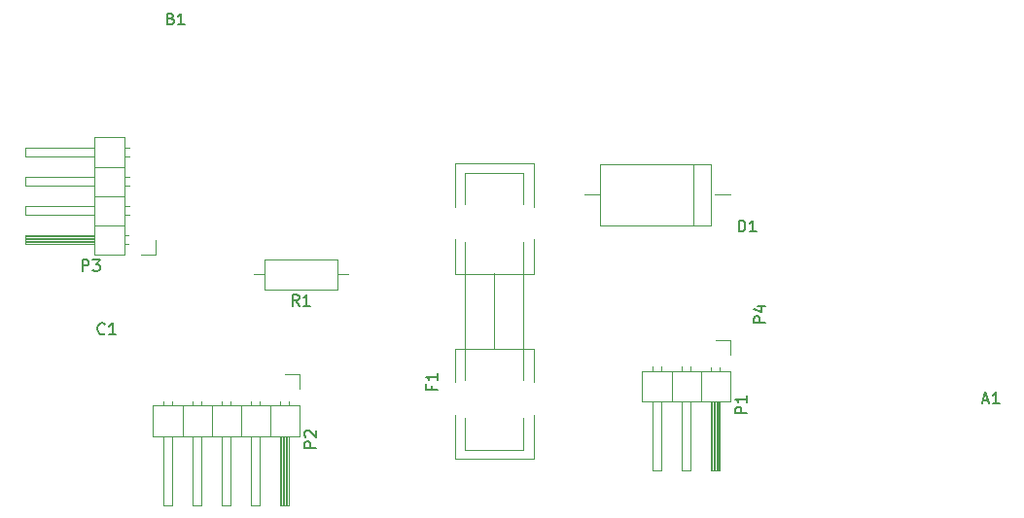
<source format=gbr>
G04 #@! TF.FileFunction,Legend,Top*
%FSLAX46Y46*%
G04 Gerber Fmt 4.6, Leading zero omitted, Abs format (unit mm)*
G04 Created by KiCad (PCBNEW 4.0.7) date 08/07/18 09:05:40*
%MOMM*%
%LPD*%
G01*
G04 APERTURE LIST*
%ADD10C,0.100000*%
%ADD11C,0.120000*%
%ADD12C,0.150000*%
G04 APERTURE END LIST*
D10*
D11*
X161594000Y-88709000D02*
X161594000Y-83379000D01*
X161594000Y-83379000D02*
X151944000Y-83379000D01*
X151944000Y-83379000D02*
X151944000Y-88709000D01*
X151944000Y-88709000D02*
X161594000Y-88709000D01*
X163290000Y-86044000D02*
X161975000Y-86044000D01*
X150629000Y-86044000D02*
X151944000Y-86044000D01*
X160104500Y-88709000D02*
X160104500Y-83379000D01*
X129130000Y-94310000D02*
X129130000Y-91690000D01*
X129130000Y-91690000D02*
X122710000Y-91690000D01*
X122710000Y-91690000D02*
X122710000Y-94310000D01*
X122710000Y-94310000D02*
X129130000Y-94310000D01*
X130020000Y-93000000D02*
X129130000Y-93000000D01*
X121820000Y-93000000D02*
X122710000Y-93000000D01*
X142752000Y-99414000D02*
X142752000Y-92914000D01*
X146182000Y-99504000D02*
X146182000Y-102424000D01*
X146182000Y-109034000D02*
X146182000Y-105224000D01*
X145292000Y-108264000D02*
X145292000Y-105474000D01*
X145292000Y-99504000D02*
X145292000Y-102174000D01*
X139322000Y-109034000D02*
X139322000Y-105224000D01*
X140212000Y-108264000D02*
X140212000Y-105474000D01*
X139322000Y-99504000D02*
X139322000Y-102424000D01*
X140212000Y-99504000D02*
X140212000Y-102174000D01*
X139322000Y-92954000D02*
X139322000Y-89904000D01*
X140212000Y-92954000D02*
X140212000Y-90154000D01*
X145292000Y-92954000D02*
X145292000Y-90154000D01*
X146182000Y-92954000D02*
X146182000Y-89904000D01*
X146182000Y-83294000D02*
X146182000Y-87104000D01*
X145292000Y-84184000D02*
X145292000Y-86854000D01*
X139322000Y-83294000D02*
X139322000Y-87104000D01*
X140212000Y-84184000D02*
X140212000Y-86854000D01*
X139322000Y-83294000D02*
X146182000Y-83294000D01*
X146182000Y-92954000D02*
X145292000Y-92954000D01*
X139322000Y-92954000D02*
X140212000Y-92954000D01*
X139322000Y-109034000D02*
X146182000Y-109034000D01*
X146182000Y-99504000D02*
X145292000Y-99504000D01*
X139322000Y-99504000D02*
X140342000Y-99504000D01*
X145292000Y-90454000D02*
X145292000Y-102134000D01*
X140212000Y-102004000D02*
X140212000Y-90454000D01*
X142752000Y-99504000D02*
X140212000Y-99504000D01*
X140212000Y-108274000D02*
X145292000Y-108274000D01*
X145292000Y-99504000D02*
X142752000Y-99504000D01*
X142752000Y-92954000D02*
X140212000Y-92954000D01*
X140212000Y-84194000D02*
X145292000Y-84194000D01*
X145292000Y-92954000D02*
X142752000Y-92954000D01*
X163330000Y-101440000D02*
X155590000Y-101440000D01*
X155590000Y-101440000D02*
X155590000Y-104100000D01*
X155590000Y-104100000D02*
X163330000Y-104100000D01*
X163330000Y-104100000D02*
X163330000Y-101440000D01*
X162380000Y-104100000D02*
X162380000Y-110100000D01*
X162380000Y-110100000D02*
X161620000Y-110100000D01*
X161620000Y-110100000D02*
X161620000Y-104100000D01*
X162320000Y-104100000D02*
X162320000Y-110100000D01*
X162200000Y-104100000D02*
X162200000Y-110100000D01*
X162080000Y-104100000D02*
X162080000Y-110100000D01*
X161960000Y-104100000D02*
X161960000Y-110100000D01*
X161840000Y-104100000D02*
X161840000Y-110100000D01*
X161720000Y-104100000D02*
X161720000Y-110100000D01*
X162380000Y-101110000D02*
X162380000Y-101440000D01*
X161620000Y-101110000D02*
X161620000Y-101440000D01*
X160730000Y-101440000D02*
X160730000Y-104100000D01*
X159840000Y-104100000D02*
X159840000Y-110100000D01*
X159840000Y-110100000D02*
X159080000Y-110100000D01*
X159080000Y-110100000D02*
X159080000Y-104100000D01*
X159840000Y-101042929D02*
X159840000Y-101440000D01*
X159080000Y-101042929D02*
X159080000Y-101440000D01*
X158190000Y-101440000D02*
X158190000Y-104100000D01*
X157300000Y-104100000D02*
X157300000Y-110100000D01*
X157300000Y-110100000D02*
X156540000Y-110100000D01*
X156540000Y-110100000D02*
X156540000Y-104100000D01*
X157300000Y-101042929D02*
X157300000Y-101440000D01*
X156540000Y-101042929D02*
X156540000Y-101440000D01*
X162000000Y-98730000D02*
X163270000Y-98730000D01*
X163270000Y-98730000D02*
X163270000Y-100000000D01*
X125830000Y-104440000D02*
X113010000Y-104440000D01*
X113010000Y-104440000D02*
X113010000Y-107100000D01*
X113010000Y-107100000D02*
X125830000Y-107100000D01*
X125830000Y-107100000D02*
X125830000Y-104440000D01*
X124880000Y-107100000D02*
X124880000Y-113100000D01*
X124880000Y-113100000D02*
X124120000Y-113100000D01*
X124120000Y-113100000D02*
X124120000Y-107100000D01*
X124820000Y-107100000D02*
X124820000Y-113100000D01*
X124700000Y-107100000D02*
X124700000Y-113100000D01*
X124580000Y-107100000D02*
X124580000Y-113100000D01*
X124460000Y-107100000D02*
X124460000Y-113100000D01*
X124340000Y-107100000D02*
X124340000Y-113100000D01*
X124220000Y-107100000D02*
X124220000Y-113100000D01*
X124880000Y-104110000D02*
X124880000Y-104440000D01*
X124120000Y-104110000D02*
X124120000Y-104440000D01*
X123230000Y-104440000D02*
X123230000Y-107100000D01*
X122340000Y-107100000D02*
X122340000Y-113100000D01*
X122340000Y-113100000D02*
X121580000Y-113100000D01*
X121580000Y-113100000D02*
X121580000Y-107100000D01*
X122340000Y-104042929D02*
X122340000Y-104440000D01*
X121580000Y-104042929D02*
X121580000Y-104440000D01*
X120690000Y-104440000D02*
X120690000Y-107100000D01*
X119800000Y-107100000D02*
X119800000Y-113100000D01*
X119800000Y-113100000D02*
X119040000Y-113100000D01*
X119040000Y-113100000D02*
X119040000Y-107100000D01*
X119800000Y-104042929D02*
X119800000Y-104440000D01*
X119040000Y-104042929D02*
X119040000Y-104440000D01*
X118150000Y-104440000D02*
X118150000Y-107100000D01*
X117260000Y-107100000D02*
X117260000Y-113100000D01*
X117260000Y-113100000D02*
X116500000Y-113100000D01*
X116500000Y-113100000D02*
X116500000Y-107100000D01*
X117260000Y-104042929D02*
X117260000Y-104440000D01*
X116500000Y-104042929D02*
X116500000Y-104440000D01*
X115610000Y-104440000D02*
X115610000Y-107100000D01*
X114720000Y-107100000D02*
X114720000Y-113100000D01*
X114720000Y-113100000D02*
X113960000Y-113100000D01*
X113960000Y-113100000D02*
X113960000Y-107100000D01*
X114720000Y-104042929D02*
X114720000Y-104440000D01*
X113960000Y-104042929D02*
X113960000Y-104440000D01*
X124500000Y-101730000D02*
X125770000Y-101730000D01*
X125770000Y-101730000D02*
X125770000Y-103000000D01*
X110560000Y-91330000D02*
X110560000Y-81050000D01*
X110560000Y-81050000D02*
X107900000Y-81050000D01*
X107900000Y-81050000D02*
X107900000Y-91330000D01*
X107900000Y-91330000D02*
X110560000Y-91330000D01*
X107900000Y-90380000D02*
X101900000Y-90380000D01*
X101900000Y-90380000D02*
X101900000Y-89620000D01*
X101900000Y-89620000D02*
X107900000Y-89620000D01*
X107900000Y-90320000D02*
X101900000Y-90320000D01*
X107900000Y-90200000D02*
X101900000Y-90200000D01*
X107900000Y-90080000D02*
X101900000Y-90080000D01*
X107900000Y-89960000D02*
X101900000Y-89960000D01*
X107900000Y-89840000D02*
X101900000Y-89840000D01*
X107900000Y-89720000D02*
X101900000Y-89720000D01*
X110890000Y-90380000D02*
X110560000Y-90380000D01*
X110890000Y-89620000D02*
X110560000Y-89620000D01*
X110560000Y-88730000D02*
X107900000Y-88730000D01*
X107900000Y-87840000D02*
X101900000Y-87840000D01*
X101900000Y-87840000D02*
X101900000Y-87080000D01*
X101900000Y-87080000D02*
X107900000Y-87080000D01*
X110957071Y-87840000D02*
X110560000Y-87840000D01*
X110957071Y-87080000D02*
X110560000Y-87080000D01*
X110560000Y-86190000D02*
X107900000Y-86190000D01*
X107900000Y-85300000D02*
X101900000Y-85300000D01*
X101900000Y-85300000D02*
X101900000Y-84540000D01*
X101900000Y-84540000D02*
X107900000Y-84540000D01*
X110957071Y-85300000D02*
X110560000Y-85300000D01*
X110957071Y-84540000D02*
X110560000Y-84540000D01*
X110560000Y-83650000D02*
X107900000Y-83650000D01*
X107900000Y-82760000D02*
X101900000Y-82760000D01*
X101900000Y-82760000D02*
X101900000Y-82000000D01*
X101900000Y-82000000D02*
X107900000Y-82000000D01*
X110957071Y-82760000D02*
X110560000Y-82760000D01*
X110957071Y-82000000D02*
X110560000Y-82000000D01*
X113270000Y-90000000D02*
X113270000Y-91270000D01*
X113270000Y-91270000D02*
X112000000Y-91270000D01*
D12*
X164031905Y-89296381D02*
X164031905Y-88296381D01*
X164270000Y-88296381D01*
X164412858Y-88344000D01*
X164508096Y-88439238D01*
X164555715Y-88534476D01*
X164603334Y-88724952D01*
X164603334Y-88867810D01*
X164555715Y-89058286D01*
X164508096Y-89153524D01*
X164412858Y-89248762D01*
X164270000Y-89296381D01*
X164031905Y-89296381D01*
X165555715Y-89296381D02*
X164984286Y-89296381D01*
X165270000Y-89296381D02*
X165270000Y-88296381D01*
X165174762Y-88439238D01*
X165079524Y-88534476D01*
X164984286Y-88582095D01*
X125753334Y-95762381D02*
X125420000Y-95286190D01*
X125181905Y-95762381D02*
X125181905Y-94762381D01*
X125562858Y-94762381D01*
X125658096Y-94810000D01*
X125705715Y-94857619D01*
X125753334Y-94952857D01*
X125753334Y-95095714D01*
X125705715Y-95190952D01*
X125658096Y-95238571D01*
X125562858Y-95286190D01*
X125181905Y-95286190D01*
X126705715Y-95762381D02*
X126134286Y-95762381D01*
X126420000Y-95762381D02*
X126420000Y-94762381D01*
X126324762Y-94905238D01*
X126229524Y-95000476D01*
X126134286Y-95048095D01*
X137280571Y-102697333D02*
X137280571Y-103030667D01*
X137804381Y-103030667D02*
X136804381Y-103030667D01*
X136804381Y-102554476D01*
X137804381Y-101649714D02*
X137804381Y-102221143D01*
X137804381Y-101935429D02*
X136804381Y-101935429D01*
X136947238Y-102030667D01*
X137042476Y-102125905D01*
X137090095Y-102221143D01*
X166352381Y-97238095D02*
X165352381Y-97238095D01*
X165352381Y-96857142D01*
X165400000Y-96761904D01*
X165447619Y-96714285D01*
X165542857Y-96666666D01*
X165685714Y-96666666D01*
X165780952Y-96714285D01*
X165828571Y-96761904D01*
X165876190Y-96857142D01*
X165876190Y-97238095D01*
X165685714Y-95809523D02*
X166352381Y-95809523D01*
X165304762Y-96047619D02*
X166019048Y-96285714D01*
X166019048Y-95666666D01*
X164722381Y-105123095D02*
X163722381Y-105123095D01*
X163722381Y-104742142D01*
X163770000Y-104646904D01*
X163817619Y-104599285D01*
X163912857Y-104551666D01*
X164055714Y-104551666D01*
X164150952Y-104599285D01*
X164198571Y-104646904D01*
X164246190Y-104742142D01*
X164246190Y-105123095D01*
X164722381Y-103599285D02*
X164722381Y-104170714D01*
X164722381Y-103885000D02*
X163722381Y-103885000D01*
X163865238Y-103980238D01*
X163960476Y-104075476D01*
X164008095Y-104170714D01*
X127222381Y-108123095D02*
X126222381Y-108123095D01*
X126222381Y-107742142D01*
X126270000Y-107646904D01*
X126317619Y-107599285D01*
X126412857Y-107551666D01*
X126555714Y-107551666D01*
X126650952Y-107599285D01*
X126698571Y-107646904D01*
X126746190Y-107742142D01*
X126746190Y-108123095D01*
X126317619Y-107170714D02*
X126270000Y-107123095D01*
X126222381Y-107027857D01*
X126222381Y-106789761D01*
X126270000Y-106694523D01*
X126317619Y-106646904D01*
X126412857Y-106599285D01*
X126508095Y-106599285D01*
X126650952Y-106646904D01*
X127222381Y-107218333D01*
X127222381Y-106599285D01*
X106876905Y-92722381D02*
X106876905Y-91722381D01*
X107257858Y-91722381D01*
X107353096Y-91770000D01*
X107400715Y-91817619D01*
X107448334Y-91912857D01*
X107448334Y-92055714D01*
X107400715Y-92150952D01*
X107353096Y-92198571D01*
X107257858Y-92246190D01*
X106876905Y-92246190D01*
X107781667Y-91722381D02*
X108400715Y-91722381D01*
X108067381Y-92103333D01*
X108210239Y-92103333D01*
X108305477Y-92150952D01*
X108353096Y-92198571D01*
X108400715Y-92293810D01*
X108400715Y-92531905D01*
X108353096Y-92627143D01*
X108305477Y-92674762D01*
X108210239Y-92722381D01*
X107924524Y-92722381D01*
X107829286Y-92674762D01*
X107781667Y-92627143D01*
X185285714Y-103966667D02*
X185761905Y-103966667D01*
X185190476Y-104252381D02*
X185523809Y-103252381D01*
X185857143Y-104252381D01*
X186714286Y-104252381D02*
X186142857Y-104252381D01*
X186428571Y-104252381D02*
X186428571Y-103252381D01*
X186333333Y-103395238D01*
X186238095Y-103490476D01*
X186142857Y-103538095D01*
X114595239Y-70728571D02*
X114738096Y-70776190D01*
X114785715Y-70823810D01*
X114833334Y-70919048D01*
X114833334Y-71061905D01*
X114785715Y-71157143D01*
X114738096Y-71204762D01*
X114642858Y-71252381D01*
X114261905Y-71252381D01*
X114261905Y-70252381D01*
X114595239Y-70252381D01*
X114690477Y-70300000D01*
X114738096Y-70347619D01*
X114785715Y-70442857D01*
X114785715Y-70538095D01*
X114738096Y-70633333D01*
X114690477Y-70680952D01*
X114595239Y-70728571D01*
X114261905Y-70728571D01*
X115785715Y-71252381D02*
X115214286Y-71252381D01*
X115500000Y-71252381D02*
X115500000Y-70252381D01*
X115404762Y-70395238D01*
X115309524Y-70490476D01*
X115214286Y-70538095D01*
X108833334Y-98157143D02*
X108785715Y-98204762D01*
X108642858Y-98252381D01*
X108547620Y-98252381D01*
X108404762Y-98204762D01*
X108309524Y-98109524D01*
X108261905Y-98014286D01*
X108214286Y-97823810D01*
X108214286Y-97680952D01*
X108261905Y-97490476D01*
X108309524Y-97395238D01*
X108404762Y-97300000D01*
X108547620Y-97252381D01*
X108642858Y-97252381D01*
X108785715Y-97300000D01*
X108833334Y-97347619D01*
X109785715Y-98252381D02*
X109214286Y-98252381D01*
X109500000Y-98252381D02*
X109500000Y-97252381D01*
X109404762Y-97395238D01*
X109309524Y-97490476D01*
X109214286Y-97538095D01*
M02*

</source>
